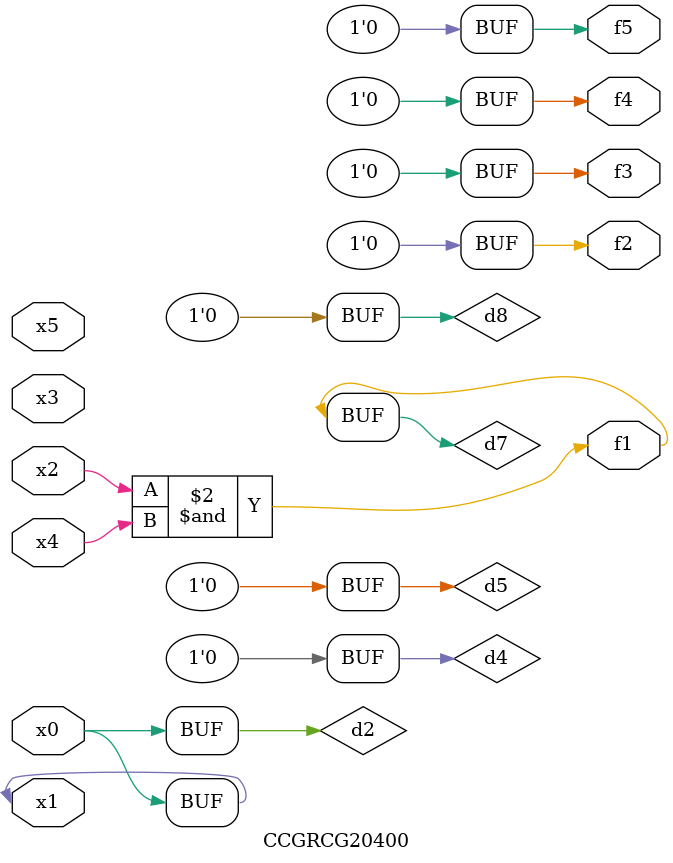
<source format=v>
module CCGRCG20400(
	input x0, x1, x2, x3, x4, x5,
	output f1, f2, f3, f4, f5
);

	wire d1, d2, d3, d4, d5, d6, d7, d8, d9;

	nand (d1, x1);
	buf (d2, x0, x1);
	nand (d3, x2, x4);
	and (d4, d1, d2);
	and (d5, d1, d2);
	nand (d6, d1, d3);
	not (d7, d3);
	xor (d8, d5);
	nor (d9, d5, d6);
	assign f1 = d7;
	assign f2 = d8;
	assign f3 = d8;
	assign f4 = d8;
	assign f5 = d8;
endmodule

</source>
